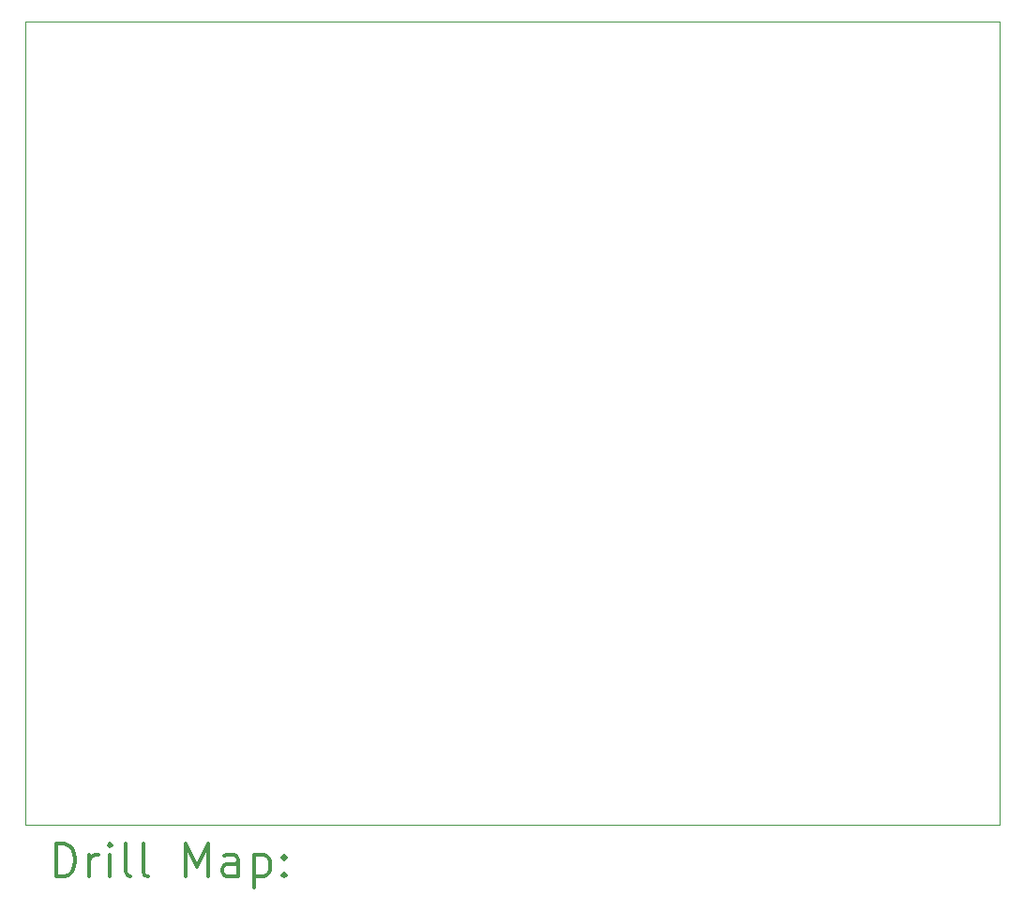
<source format=gbr>
%FSLAX45Y45*%
G04 Gerber Fmt 4.5, Leading zero omitted, Abs format (unit mm)*
G04 Created by KiCad (PCBNEW (5.1.2-1)-1) date 2020-06-29 00:37:01*
%MOMM*%
%LPD*%
G04 APERTURE LIST*
%ADD10C,0.100000*%
%ADD11C,0.200000*%
%ADD12C,0.300000*%
G04 APERTURE END LIST*
D10*
X11200000Y-7500000D02*
X20000000Y-7500000D01*
X11200000Y-14750000D02*
X11200000Y-7500000D01*
X20000000Y-14750000D02*
X11200000Y-14750000D01*
X20000000Y-7500000D02*
X20000000Y-14750000D01*
D11*
D12*
X11481428Y-15220714D02*
X11481428Y-14920714D01*
X11552857Y-14920714D01*
X11595714Y-14935000D01*
X11624286Y-14963571D01*
X11638571Y-14992143D01*
X11652857Y-15049286D01*
X11652857Y-15092143D01*
X11638571Y-15149286D01*
X11624286Y-15177857D01*
X11595714Y-15206429D01*
X11552857Y-15220714D01*
X11481428Y-15220714D01*
X11781428Y-15220714D02*
X11781428Y-15020714D01*
X11781428Y-15077857D02*
X11795714Y-15049286D01*
X11810000Y-15035000D01*
X11838571Y-15020714D01*
X11867143Y-15020714D01*
X11967143Y-15220714D02*
X11967143Y-15020714D01*
X11967143Y-14920714D02*
X11952857Y-14935000D01*
X11967143Y-14949286D01*
X11981428Y-14935000D01*
X11967143Y-14920714D01*
X11967143Y-14949286D01*
X12152857Y-15220714D02*
X12124286Y-15206429D01*
X12110000Y-15177857D01*
X12110000Y-14920714D01*
X12310000Y-15220714D02*
X12281428Y-15206429D01*
X12267143Y-15177857D01*
X12267143Y-14920714D01*
X12652857Y-15220714D02*
X12652857Y-14920714D01*
X12752857Y-15135000D01*
X12852857Y-14920714D01*
X12852857Y-15220714D01*
X13124286Y-15220714D02*
X13124286Y-15063571D01*
X13110000Y-15035000D01*
X13081428Y-15020714D01*
X13024286Y-15020714D01*
X12995714Y-15035000D01*
X13124286Y-15206429D02*
X13095714Y-15220714D01*
X13024286Y-15220714D01*
X12995714Y-15206429D01*
X12981428Y-15177857D01*
X12981428Y-15149286D01*
X12995714Y-15120714D01*
X13024286Y-15106429D01*
X13095714Y-15106429D01*
X13124286Y-15092143D01*
X13267143Y-15020714D02*
X13267143Y-15320714D01*
X13267143Y-15035000D02*
X13295714Y-15020714D01*
X13352857Y-15020714D01*
X13381428Y-15035000D01*
X13395714Y-15049286D01*
X13410000Y-15077857D01*
X13410000Y-15163571D01*
X13395714Y-15192143D01*
X13381428Y-15206429D01*
X13352857Y-15220714D01*
X13295714Y-15220714D01*
X13267143Y-15206429D01*
X13538571Y-15192143D02*
X13552857Y-15206429D01*
X13538571Y-15220714D01*
X13524286Y-15206429D01*
X13538571Y-15192143D01*
X13538571Y-15220714D01*
X13538571Y-15035000D02*
X13552857Y-15049286D01*
X13538571Y-15063571D01*
X13524286Y-15049286D01*
X13538571Y-15035000D01*
X13538571Y-15063571D01*
M02*

</source>
